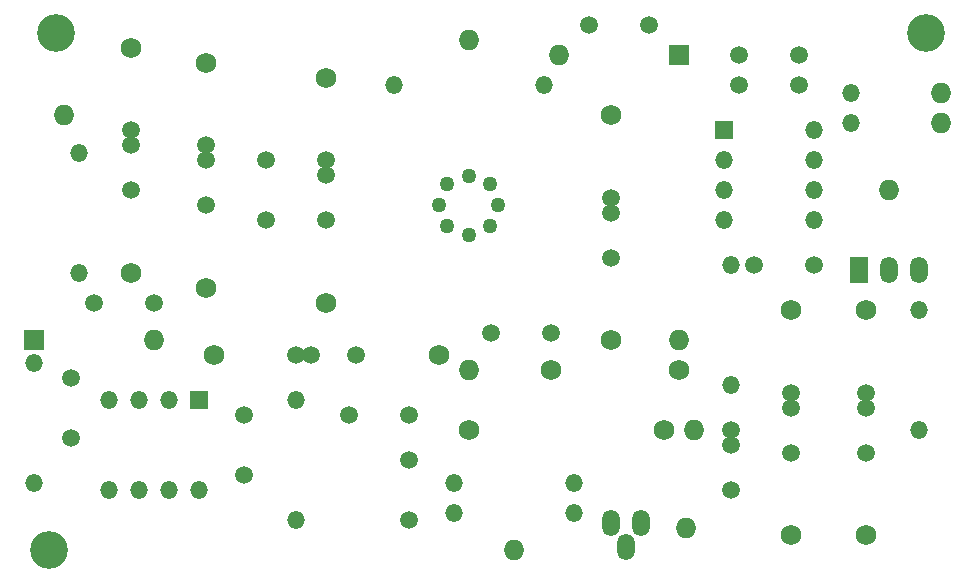
<source format=gbs>
G04 (created by PCBNEW (22-Jun-2014 BZR 4027)-stable) date Sat 16 Dec 2017 11:33:48 AM CST*
%MOIN*%
G04 Gerber Fmt 3.4, Leading zero omitted, Abs format*
%FSLAX34Y34*%
G01*
G70*
G90*
G04 APERTURE LIST*
%ADD10C,0.00590551*%
%ADD11C,0.125984*%
%ADD12C,0.05*%
%ADD13C,0.059*%
%ADD14O,0.059X0.059*%
%ADD15R,0.059X0.059*%
%ADD16R,0.069X0.069*%
%ADD17O,0.069X0.069*%
%ADD18O,0.059X0.0885*%
%ADD19R,0.059X0.0885*%
%ADD20C,0.069*%
G04 APERTURE END LIST*
G54D10*
G54D11*
X63750Y-31500D03*
X63500Y-48750D03*
X92750Y-31500D03*
G54D12*
X76792Y-36542D03*
X78207Y-36542D03*
X78489Y-37250D03*
X77500Y-36260D03*
X78207Y-37957D03*
X77500Y-38239D03*
X76792Y-37957D03*
X76510Y-37250D03*
G54D13*
X71750Y-42250D03*
X73750Y-42250D03*
X72250Y-42250D03*
X66250Y-34750D03*
X66250Y-36750D03*
X66250Y-35250D03*
X68750Y-35250D03*
X68750Y-37250D03*
X68750Y-35750D03*
X82250Y-37000D03*
X82250Y-39000D03*
X82250Y-37500D03*
X72750Y-35750D03*
X72750Y-37750D03*
X72750Y-36250D03*
G54D14*
X90250Y-33500D03*
X90250Y-34500D03*
X64500Y-39500D03*
X64500Y-35500D03*
X63000Y-46500D03*
X63000Y-42500D03*
X92500Y-40750D03*
X92500Y-44750D03*
X71750Y-43750D03*
X71750Y-47750D03*
X81000Y-46500D03*
X77000Y-46500D03*
X77000Y-47500D03*
X81000Y-47500D03*
X86250Y-39250D03*
X86250Y-43250D03*
G54D15*
X86000Y-34750D03*
G54D14*
X86000Y-35750D03*
X86000Y-36750D03*
X86000Y-37750D03*
X89000Y-37750D03*
X89000Y-36750D03*
X89000Y-34750D03*
X89000Y-35750D03*
G54D15*
X68500Y-43750D03*
G54D14*
X67500Y-43750D03*
X66500Y-43750D03*
X65500Y-43750D03*
X65500Y-46750D03*
X66500Y-46750D03*
X68500Y-46750D03*
X67500Y-46750D03*
G54D16*
X84500Y-32250D03*
G54D17*
X80500Y-32250D03*
G54D16*
X63000Y-41750D03*
G54D17*
X67000Y-41750D03*
G54D13*
X65000Y-40500D03*
X67000Y-40500D03*
X73500Y-44250D03*
X75500Y-44250D03*
X64250Y-43000D03*
X64250Y-45000D03*
X81500Y-31250D03*
X83500Y-31250D03*
X70750Y-35750D03*
X70750Y-37750D03*
X86500Y-33250D03*
X88500Y-33250D03*
X88500Y-32250D03*
X86500Y-32250D03*
X87000Y-39250D03*
X89000Y-39250D03*
X80250Y-41500D03*
X78250Y-41500D03*
X75500Y-47750D03*
X75500Y-45750D03*
X70000Y-46250D03*
X70000Y-44250D03*
G54D18*
X91500Y-39397D03*
X92500Y-39397D03*
G54D19*
X90500Y-39397D03*
G54D17*
X84750Y-48000D03*
X93250Y-34500D03*
X91500Y-36750D03*
X79000Y-48750D03*
X77500Y-31750D03*
X77500Y-42750D03*
X84500Y-41750D03*
X64000Y-34250D03*
X93250Y-33500D03*
G54D18*
X83250Y-47852D03*
X82750Y-48647D03*
X82250Y-47852D03*
G54D14*
X75000Y-33250D03*
X80000Y-33250D03*
G54D20*
X80250Y-42750D03*
X84500Y-42750D03*
X77500Y-44750D03*
X84000Y-44750D03*
G54D17*
X85000Y-44750D03*
G54D13*
X86250Y-44750D03*
X86250Y-46750D03*
X86250Y-45250D03*
X88250Y-43500D03*
X88250Y-45500D03*
X88250Y-44000D03*
X90750Y-43500D03*
X90750Y-45500D03*
X90750Y-44000D03*
G54D20*
X66250Y-32000D03*
X66250Y-39500D03*
X68750Y-32500D03*
X68750Y-40000D03*
X90750Y-40750D03*
X90750Y-48250D03*
X88250Y-40750D03*
X88250Y-48250D03*
X82250Y-34250D03*
X82250Y-41750D03*
X72750Y-33000D03*
X72750Y-40500D03*
X69000Y-42250D03*
X76500Y-42250D03*
M02*

</source>
